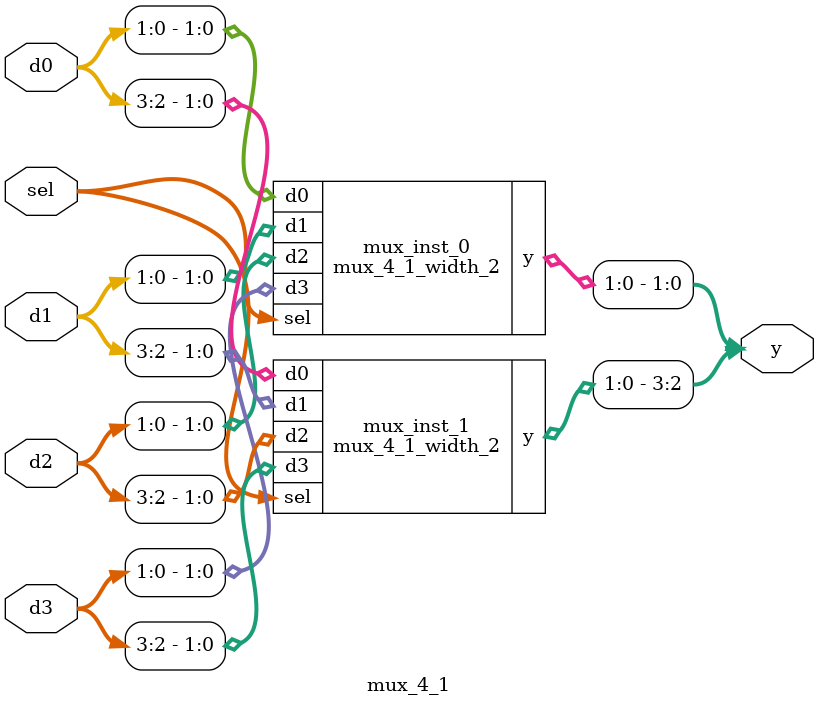
<source format=sv>

module mux_4_1_width_2
(
  input  [1:0] d0, d1, d2, d3,
  input  [1:0] sel,
  output [1:0] y
);

  assign y = sel [1] ? (sel [0] ? d3 : d2)
                     : (sel [0] ? d1 : d0);

endmodule

//----------------------------------------------------------------------------
// Task
//----------------------------------------------------------------------------

module mux_4_1
(
  input  [3:0] d0, d1, d2, d3,
  input  [1:0] sel,
  output [3:0] y
);

  // Task:
  // Implement mux_4_1 with 4-bit data
  // using two instances of mux_4_1_width_2 with 2-bit data
  mux_4_1_width_2 mux_inst_0 (
    .d0(d0[1:0]),
    .d1(d1[1:0]),
    .d2(d2[1:0]),
    .d3(d3[1:0]),
    .sel(sel),
    .y(y[1:0])
  );

  mux_4_1_width_2 mux_inst_1 (
    .d0(d0[3:2]),
    .d1(d1[3:2]),
    .d2(d2[3:2]),
    .d3(d3[3:2]),
    .sel(sel),
    .y(y[3:2])
  );

endmodule

</source>
